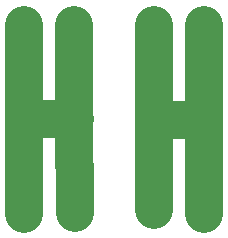
<source format=gbr>
%TF.GenerationSoftware,KiCad,Pcbnew,(6.0.4)*%
%TF.CreationDate,2022-04-28T22:28:36-04:00*%
%TF.ProjectId,capacitor_daughterboard,63617061-6369-4746-9f72-5f6461756768,0*%
%TF.SameCoordinates,Original*%
%TF.FileFunction,Copper,L1,Top*%
%TF.FilePolarity,Positive*%
%FSLAX46Y46*%
G04 Gerber Fmt 4.6, Leading zero omitted, Abs format (unit mm)*
G04 Created by KiCad (PCBNEW (6.0.4)) date 2022-04-28 22:28:36*
%MOMM*%
%LPD*%
G01*
G04 APERTURE LIST*
G04 Aperture macros list*
%AMRoundRect*
0 Rectangle with rounded corners*
0 $1 Rounding radius*
0 $2 $3 $4 $5 $6 $7 $8 $9 X,Y pos of 4 corners*
0 Add a 4 corners polygon primitive as box body*
4,1,4,$2,$3,$4,$5,$6,$7,$8,$9,$2,$3,0*
0 Add four circle primitives for the rounded corners*
1,1,$1+$1,$2,$3*
1,1,$1+$1,$4,$5*
1,1,$1+$1,$6,$7*
1,1,$1+$1,$8,$9*
0 Add four rect primitives between the rounded corners*
20,1,$1+$1,$2,$3,$4,$5,0*
20,1,$1+$1,$4,$5,$6,$7,0*
20,1,$1+$1,$6,$7,$8,$9,0*
20,1,$1+$1,$8,$9,$2,$3,0*%
G04 Aperture macros list end*
%TA.AperFunction,SMDPad,CuDef*%
%ADD10RoundRect,0.388889X-1.011111X-7.611111X1.011111X-7.611111X1.011111X7.611111X-1.011111X7.611111X0*%
%TD*%
%TA.AperFunction,ComponentPad*%
%ADD11R,1.700000X1.700000*%
%TD*%
%TA.AperFunction,ComponentPad*%
%ADD12O,1.700000X1.700000*%
%TD*%
%TA.AperFunction,Conductor*%
%ADD13C,3.175000*%
%TD*%
G04 APERTURE END LIST*
D10*
%TO.P,C1/2,1*%
%TO.N,Net-(C1/2-Pad1)*%
X137025000Y-81000000D03*
%TO.P,C1/2,2*%
%TO.N,Net-(C1/2-Pad2)*%
X143725000Y-81000000D03*
%TD*%
D11*
%TO.P,J2,1,Pin_1*%
%TO.N,Net-(C1/2-Pad2)*%
X148000000Y-76000000D03*
D12*
%TO.P,J2,2,Pin_2*%
X148000000Y-78540000D03*
%TO.P,J2,3,Pin_3*%
X148000000Y-81080000D03*
%TO.P,J2,4,Pin_4*%
X148000000Y-83620000D03*
%TO.P,J2,5,Pin_5*%
X148000000Y-86160000D03*
%TD*%
D11*
%TO.P,J1,1,Pin_1*%
%TO.N,Net-(C1/2-Pad1)*%
X132750000Y-76000000D03*
D12*
%TO.P,J1,2,Pin_2*%
X132750000Y-78540000D03*
%TO.P,J1,3,Pin_3*%
X132750000Y-81080000D03*
%TO.P,J1,4,Pin_4*%
X132750000Y-83620000D03*
%TO.P,J1,5,Pin_5*%
X132750000Y-86160000D03*
%TD*%
D13*
%TO.N,Net-(C1/2-Pad2)*%
X148000000Y-81080000D02*
X143920000Y-81080000D01*
X143920000Y-81080000D02*
X143725000Y-81275000D01*
X143725000Y-85000000D02*
X143725000Y-88725000D01*
X143725000Y-85000000D02*
X143725000Y-81275000D01*
X143725000Y-81275000D02*
X143725000Y-73000000D01*
X148000000Y-81080000D02*
X148000000Y-73000000D01*
X148000000Y-81080000D02*
X148000000Y-89000000D01*
%TO.N,Net-(C1/2-Pad1)*%
X137000000Y-73000000D02*
X137000000Y-81000000D01*
X132830000Y-81000000D02*
X132750000Y-81080000D01*
X137000000Y-83000000D02*
X137000000Y-84975000D01*
X137000000Y-81000000D02*
X137000000Y-83000000D01*
X137000000Y-81000000D02*
X136995000Y-81005000D01*
X132750000Y-81080000D02*
X132750000Y-89000000D01*
X132750000Y-81080000D02*
X132750000Y-73000000D01*
X137025000Y-85000000D02*
X137025000Y-88975000D01*
X137025000Y-81000000D02*
X132830000Y-81000000D01*
%TD*%
M02*

</source>
